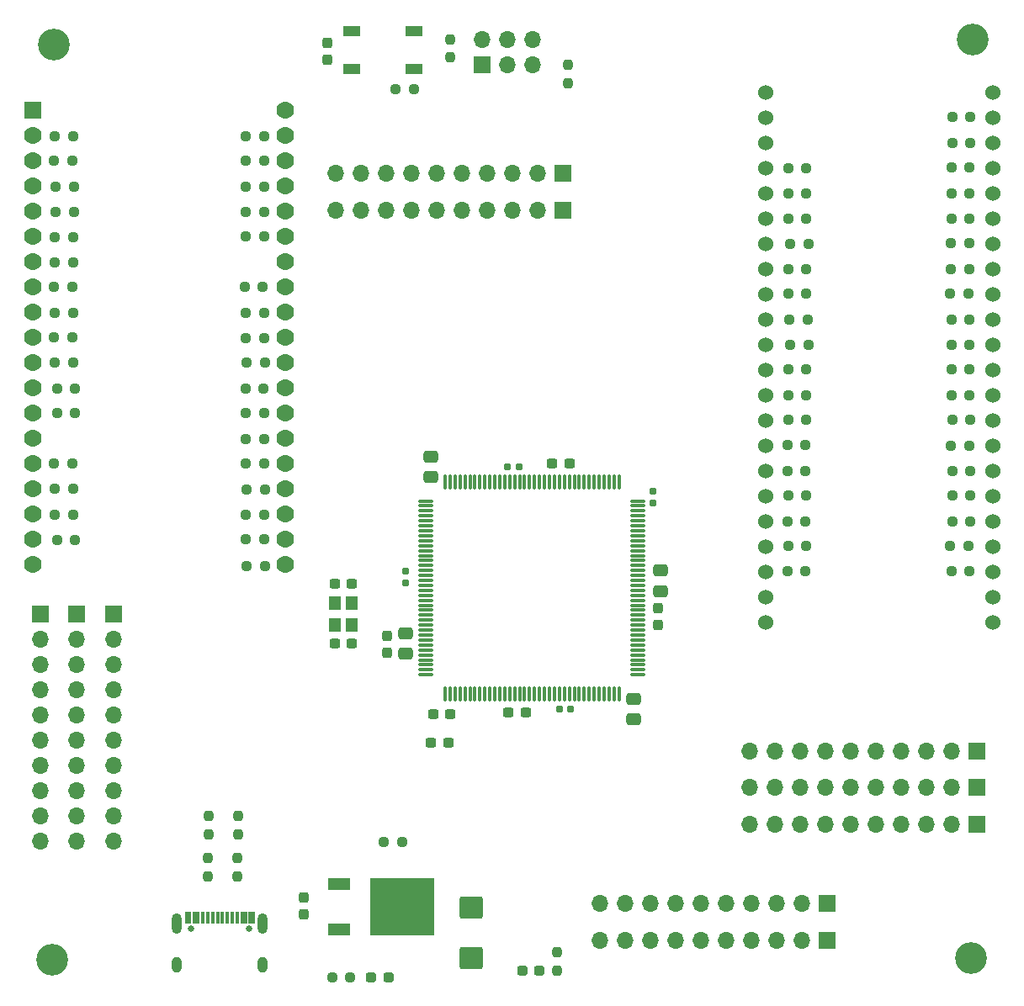
<source format=gts>
G04 #@! TF.GenerationSoftware,KiCad,Pcbnew,(6.0.9)*
G04 #@! TF.CreationDate,2024-01-26T15:08:13+01:00*
G04 #@! TF.ProjectId,Univerzalni_testovaci_platforma_nejen_pro_IoT_v1,556e6976-6572-47a6-916c-6e695f746573,rev?*
G04 #@! TF.SameCoordinates,Original*
G04 #@! TF.FileFunction,Soldermask,Top*
G04 #@! TF.FilePolarity,Negative*
%FSLAX46Y46*%
G04 Gerber Fmt 4.6, Leading zero omitted, Abs format (unit mm)*
G04 Created by KiCad (PCBNEW (6.0.9)) date 2024-01-26 15:08:13*
%MOMM*%
%LPD*%
G01*
G04 APERTURE LIST*
G04 Aperture macros list*
%AMRoundRect*
0 Rectangle with rounded corners*
0 $1 Rounding radius*
0 $2 $3 $4 $5 $6 $7 $8 $9 X,Y pos of 4 corners*
0 Add a 4 corners polygon primitive as box body*
4,1,4,$2,$3,$4,$5,$6,$7,$8,$9,$2,$3,0*
0 Add four circle primitives for the rounded corners*
1,1,$1+$1,$2,$3*
1,1,$1+$1,$4,$5*
1,1,$1+$1,$6,$7*
1,1,$1+$1,$8,$9*
0 Add four rect primitives between the rounded corners*
20,1,$1+$1,$2,$3,$4,$5,0*
20,1,$1+$1,$4,$5,$6,$7,0*
20,1,$1+$1,$6,$7,$8,$9,0*
20,1,$1+$1,$8,$9,$2,$3,0*%
G04 Aperture macros list end*
%ADD10RoundRect,0.237500X-0.250000X-0.237500X0.250000X-0.237500X0.250000X0.237500X-0.250000X0.237500X0*%
%ADD11RoundRect,0.237500X0.237500X-0.250000X0.237500X0.250000X-0.237500X0.250000X-0.237500X-0.250000X0*%
%ADD12R,1.700000X1.700000*%
%ADD13O,1.700000X1.700000*%
%ADD14RoundRect,0.237500X0.250000X0.237500X-0.250000X0.237500X-0.250000X-0.237500X0.250000X-0.237500X0*%
%ADD15RoundRect,0.237500X-0.237500X0.300000X-0.237500X-0.300000X0.237500X-0.300000X0.237500X0.300000X0*%
%ADD16C,3.200000*%
%ADD17RoundRect,0.155000X0.155000X-0.212500X0.155000X0.212500X-0.155000X0.212500X-0.155000X-0.212500X0*%
%ADD18C,1.524000*%
%ADD19RoundRect,0.237500X0.237500X-0.300000X0.237500X0.300000X-0.237500X0.300000X-0.237500X-0.300000X0*%
%ADD20RoundRect,0.155000X-0.155000X0.212500X-0.155000X-0.212500X0.155000X-0.212500X0.155000X0.212500X0*%
%ADD21RoundRect,0.102000X-0.780000X-0.780000X0.780000X-0.780000X0.780000X0.780000X-0.780000X0.780000X0*%
%ADD22C,1.764000*%
%ADD23C,0.650000*%
%ADD24R,0.300000X1.150000*%
%ADD25O,1.000000X1.600000*%
%ADD26O,1.000000X2.100000*%
%ADD27RoundRect,0.075000X-0.662500X-0.075000X0.662500X-0.075000X0.662500X0.075000X-0.662500X0.075000X0*%
%ADD28RoundRect,0.075000X-0.075000X-0.662500X0.075000X-0.662500X0.075000X0.662500X-0.075000X0.662500X0*%
%ADD29RoundRect,0.237500X0.300000X0.237500X-0.300000X0.237500X-0.300000X-0.237500X0.300000X-0.237500X0*%
%ADD30RoundRect,0.237500X-0.300000X-0.237500X0.300000X-0.237500X0.300000X0.237500X-0.300000X0.237500X0*%
%ADD31R,1.700000X1.000000*%
%ADD32RoundRect,0.250000X-0.475000X0.337500X-0.475000X-0.337500X0.475000X-0.337500X0.475000X0.337500X0*%
%ADD33RoundRect,0.237500X-0.287500X-0.237500X0.287500X-0.237500X0.287500X0.237500X-0.287500X0.237500X0*%
%ADD34RoundRect,0.155000X-0.212500X-0.155000X0.212500X-0.155000X0.212500X0.155000X-0.212500X0.155000X0*%
%ADD35RoundRect,0.250000X0.475000X-0.337500X0.475000X0.337500X-0.475000X0.337500X-0.475000X-0.337500X0*%
%ADD36RoundRect,0.237500X0.287500X0.237500X-0.287500X0.237500X-0.287500X-0.237500X0.287500X-0.237500X0*%
%ADD37R,2.200000X1.200000*%
%ADD38R,6.400000X5.800000*%
%ADD39RoundRect,0.250000X-0.925000X0.875000X-0.925000X-0.875000X0.925000X-0.875000X0.925000X0.875000X0*%
%ADD40RoundRect,0.155000X0.212500X0.155000X-0.212500X0.155000X-0.212500X-0.155000X0.212500X-0.155000X0*%
%ADD41R,1.200000X1.400000*%
G04 APERTURE END LIST*
D10*
G04 #@! TO.C,R5*
X194187500Y-66600000D03*
X196012500Y-66600000D03*
G04 #@! TD*
G04 #@! TO.C,R17*
X194287500Y-97100000D03*
X196112500Y-97100000D03*
G04 #@! TD*
D11*
G04 #@! TO.C,R76*
X122350000Y-137927500D03*
X122350000Y-136102500D03*
G04 #@! TD*
D12*
G04 #@! TO.C,J11*
X106200000Y-111500000D03*
D13*
X106200000Y-114040000D03*
X106200000Y-116580000D03*
X106200000Y-119120000D03*
X106200000Y-121660000D03*
X106200000Y-124200000D03*
X106200000Y-126740000D03*
X106200000Y-129280000D03*
X106200000Y-131820000D03*
X106200000Y-134360000D03*
G04 #@! TD*
D14*
G04 #@! TO.C,R65*
X179612500Y-89500000D03*
X177787500Y-89500000D03*
G04 #@! TD*
G04 #@! TO.C,R28*
X125112500Y-99000000D03*
X123287500Y-99000000D03*
G04 #@! TD*
G04 #@! TO.C,R53*
X105812500Y-98900000D03*
X103987500Y-98900000D03*
G04 #@! TD*
G04 #@! TO.C,R41*
X105712500Y-65900000D03*
X103887500Y-65900000D03*
G04 #@! TD*
G04 #@! TO.C,R49*
X105812500Y-86200000D03*
X103987500Y-86200000D03*
G04 #@! TD*
D15*
G04 #@! TO.C,C7*
X164700000Y-110937500D03*
X164700000Y-112662500D03*
G04 #@! TD*
D16*
G04 #@! TO.C,H3*
X196200000Y-146200000D03*
G04 #@! TD*
D17*
G04 #@! TO.C,C1*
X139300000Y-108367500D03*
X139300000Y-107232500D03*
G04 #@! TD*
D18*
G04 #@! TO.C,U4*
X175470000Y-59000000D03*
X175470000Y-61540000D03*
X175470000Y-64080000D03*
X175470000Y-66620000D03*
X175470000Y-69160000D03*
X175470000Y-71700000D03*
X175470000Y-74240000D03*
X175470000Y-76780000D03*
X175470000Y-79320000D03*
X175470000Y-81860000D03*
X175470000Y-84400000D03*
X175470000Y-86940000D03*
X175470000Y-89480000D03*
X175470000Y-92020000D03*
X175470000Y-94560000D03*
X175470000Y-97100000D03*
X175470000Y-99640000D03*
X175470000Y-102180000D03*
X175470000Y-104720000D03*
X175470000Y-107260000D03*
X175470000Y-109800000D03*
X175470000Y-112340000D03*
X198330000Y-59000000D03*
X198330000Y-61540000D03*
X198330000Y-64080000D03*
X198330000Y-66620000D03*
X198330000Y-69160000D03*
X198330000Y-71700000D03*
X198330000Y-74240000D03*
X198330000Y-76780000D03*
X198330000Y-79320000D03*
X198330000Y-81860000D03*
X198330000Y-84400000D03*
X198330000Y-86940000D03*
X198330000Y-89480000D03*
X198330000Y-92020000D03*
X198330000Y-94560000D03*
X198330000Y-97100000D03*
X198330000Y-99640000D03*
X198330000Y-102180000D03*
X198330000Y-104720000D03*
X198330000Y-107260000D03*
X198330000Y-109800000D03*
X198330000Y-112340000D03*
G04 #@! TD*
D14*
G04 #@! TO.C,R47*
X105812500Y-81200000D03*
X103987500Y-81200000D03*
G04 #@! TD*
D12*
G04 #@! TO.C,J3*
X102500000Y-111500000D03*
D13*
X102500000Y-114040000D03*
X102500000Y-116580000D03*
X102500000Y-119120000D03*
X102500000Y-121660000D03*
X102500000Y-124200000D03*
X102500000Y-126740000D03*
X102500000Y-129280000D03*
X102500000Y-131820000D03*
X102500000Y-134360000D03*
G04 #@! TD*
D19*
G04 #@! TO.C,C17*
X129000000Y-141762500D03*
X129000000Y-140037500D03*
G04 #@! TD*
D14*
G04 #@! TO.C,R60*
X179612500Y-76800000D03*
X177787500Y-76800000D03*
G04 #@! TD*
G04 #@! TO.C,R43*
X105912500Y-71100000D03*
X104087500Y-71100000D03*
G04 #@! TD*
D10*
G04 #@! TO.C,R7*
X194187500Y-71700000D03*
X196012500Y-71700000D03*
G04 #@! TD*
G04 #@! TO.C,R10*
X194087500Y-79300000D03*
X195912500Y-79300000D03*
G04 #@! TD*
D14*
G04 #@! TO.C,R66*
X179612500Y-92000000D03*
X177787500Y-92000000D03*
G04 #@! TD*
D10*
G04 #@! TO.C,R14*
X194187500Y-89500000D03*
X196012500Y-89500000D03*
G04 #@! TD*
D12*
G04 #@! TO.C,J8*
X181725000Y-144400000D03*
D13*
X179185000Y-144400000D03*
X176645000Y-144400000D03*
X174105000Y-144400000D03*
X171565000Y-144400000D03*
X169025000Y-144400000D03*
X166485000Y-144400000D03*
X163945000Y-144400000D03*
X161405000Y-144400000D03*
X158865000Y-144400000D03*
G04 #@! TD*
D14*
G04 #@! TO.C,R63*
X179812500Y-84400000D03*
X177987500Y-84400000D03*
G04 #@! TD*
D10*
G04 #@! TO.C,R16*
X194175000Y-94600000D03*
X196000000Y-94600000D03*
G04 #@! TD*
D20*
G04 #@! TO.C,C3*
X164200000Y-99200000D03*
X164200000Y-100335000D03*
G04 #@! TD*
D14*
G04 #@! TO.C,R48*
X105712500Y-83700000D03*
X103887500Y-83700000D03*
G04 #@! TD*
G04 #@! TO.C,R29*
X125012500Y-101500000D03*
X123187500Y-101500000D03*
G04 #@! TD*
D21*
G04 #@! TO.C,U3*
X101800000Y-60840000D03*
D22*
X101800000Y-63380000D03*
X101800000Y-65920000D03*
X101800000Y-68460000D03*
X101800000Y-71000000D03*
X101800000Y-73540000D03*
X101800000Y-76080000D03*
X101800000Y-78620000D03*
X101800000Y-81160000D03*
X101800000Y-83700000D03*
X101800000Y-86240000D03*
X101800000Y-88780000D03*
X101800000Y-91320000D03*
X101800000Y-93860000D03*
X101800000Y-96400000D03*
X101800000Y-98940000D03*
X101800000Y-101480000D03*
X101800000Y-104020000D03*
X101800000Y-106560000D03*
X127200000Y-60840000D03*
X127200000Y-63380000D03*
X127200000Y-65920000D03*
X127200000Y-68460000D03*
X127200000Y-71000000D03*
X127200000Y-73540000D03*
X127200000Y-76080000D03*
X127200000Y-78620000D03*
X127200000Y-81160000D03*
X127200000Y-83700000D03*
X127200000Y-86240000D03*
X127200000Y-88780000D03*
X127200000Y-91320000D03*
X127200000Y-93860000D03*
X127200000Y-96400000D03*
X127200000Y-98940000D03*
X127200000Y-101480000D03*
X127200000Y-104020000D03*
X127200000Y-106560000D03*
G04 #@! TD*
D14*
G04 #@! TO.C,R23*
X125012500Y-65900000D03*
X123187500Y-65900000D03*
G04 #@! TD*
D23*
G04 #@! TO.C,J6*
X123490000Y-143195000D03*
X117710000Y-143195000D03*
D24*
X117250000Y-142130000D03*
X118050000Y-142130000D03*
X119350000Y-142130000D03*
X120350000Y-142130000D03*
X120850000Y-142130000D03*
X121850000Y-142130000D03*
X123150000Y-142130000D03*
X123950000Y-142130000D03*
X123650000Y-142130000D03*
X122850000Y-142130000D03*
X122350000Y-142130000D03*
X121350000Y-142130000D03*
X119850000Y-142130000D03*
X118850000Y-142130000D03*
X118350000Y-142130000D03*
X117550000Y-142130000D03*
D25*
X116280000Y-146875000D03*
D26*
X124920000Y-142695000D03*
D25*
X124920000Y-146875000D03*
D26*
X116280000Y-142695000D03*
G04 #@! TD*
D10*
G04 #@! TO.C,R9*
X194175000Y-76800000D03*
X196000000Y-76800000D03*
G04 #@! TD*
D14*
G04 #@! TO.C,R24*
X125012500Y-68500000D03*
X123187500Y-68500000D03*
G04 #@! TD*
D27*
G04 #@! TO.C,U1*
X141337500Y-100150000D03*
X141337500Y-100650000D03*
X141337500Y-101150000D03*
X141337500Y-101650000D03*
X141337500Y-102150000D03*
X141337500Y-102650000D03*
X141337500Y-103150000D03*
X141337500Y-103650000D03*
X141337500Y-104150000D03*
X141337500Y-104650000D03*
X141337500Y-105150000D03*
X141337500Y-105650000D03*
X141337500Y-106150000D03*
X141337500Y-106650000D03*
X141337500Y-107150000D03*
X141337500Y-107650000D03*
X141337500Y-108150000D03*
X141337500Y-108650000D03*
X141337500Y-109150000D03*
X141337500Y-109650000D03*
X141337500Y-110150000D03*
X141337500Y-110650000D03*
X141337500Y-111150000D03*
X141337500Y-111650000D03*
X141337500Y-112150000D03*
X141337500Y-112650000D03*
X141337500Y-113150000D03*
X141337500Y-113650000D03*
X141337500Y-114150000D03*
X141337500Y-114650000D03*
X141337500Y-115150000D03*
X141337500Y-115650000D03*
X141337500Y-116150000D03*
X141337500Y-116650000D03*
X141337500Y-117150000D03*
X141337500Y-117650000D03*
D28*
X143250000Y-119562500D03*
X143750000Y-119562500D03*
X144250000Y-119562500D03*
X144750000Y-119562500D03*
X145250000Y-119562500D03*
X145750000Y-119562500D03*
X146250000Y-119562500D03*
X146750000Y-119562500D03*
X147250000Y-119562500D03*
X147750000Y-119562500D03*
X148250000Y-119562500D03*
X148750000Y-119562500D03*
X149250000Y-119562500D03*
X149750000Y-119562500D03*
X150250000Y-119562500D03*
X150750000Y-119562500D03*
X151250000Y-119562500D03*
X151750000Y-119562500D03*
X152250000Y-119562500D03*
X152750000Y-119562500D03*
X153250000Y-119562500D03*
X153750000Y-119562500D03*
X154250000Y-119562500D03*
X154750000Y-119562500D03*
X155250000Y-119562500D03*
X155750000Y-119562500D03*
X156250000Y-119562500D03*
X156750000Y-119562500D03*
X157250000Y-119562500D03*
X157750000Y-119562500D03*
X158250000Y-119562500D03*
X158750000Y-119562500D03*
X159250000Y-119562500D03*
X159750000Y-119562500D03*
X160250000Y-119562500D03*
X160750000Y-119562500D03*
D27*
X162662500Y-117650000D03*
X162662500Y-117150000D03*
X162662500Y-116650000D03*
X162662500Y-116150000D03*
X162662500Y-115650000D03*
X162662500Y-115150000D03*
X162662500Y-114650000D03*
X162662500Y-114150000D03*
X162662500Y-113650000D03*
X162662500Y-113150000D03*
X162662500Y-112650000D03*
X162662500Y-112150000D03*
X162662500Y-111650000D03*
X162662500Y-111150000D03*
X162662500Y-110650000D03*
X162662500Y-110150000D03*
X162662500Y-109650000D03*
X162662500Y-109150000D03*
X162662500Y-108650000D03*
X162662500Y-108150000D03*
X162662500Y-107650000D03*
X162662500Y-107150000D03*
X162662500Y-106650000D03*
X162662500Y-106150000D03*
X162662500Y-105650000D03*
X162662500Y-105150000D03*
X162662500Y-104650000D03*
X162662500Y-104150000D03*
X162662500Y-103650000D03*
X162662500Y-103150000D03*
X162662500Y-102650000D03*
X162662500Y-102150000D03*
X162662500Y-101650000D03*
X162662500Y-101150000D03*
X162662500Y-100650000D03*
X162662500Y-100150000D03*
D28*
X160750000Y-98237500D03*
X160250000Y-98237500D03*
X159750000Y-98237500D03*
X159250000Y-98237500D03*
X158750000Y-98237500D03*
X158250000Y-98237500D03*
X157750000Y-98237500D03*
X157250000Y-98237500D03*
X156750000Y-98237500D03*
X156250000Y-98237500D03*
X155750000Y-98237500D03*
X155250000Y-98237500D03*
X154750000Y-98237500D03*
X154250000Y-98237500D03*
X153750000Y-98237500D03*
X153250000Y-98237500D03*
X152750000Y-98237500D03*
X152250000Y-98237500D03*
X151750000Y-98237500D03*
X151250000Y-98237500D03*
X150750000Y-98237500D03*
X150250000Y-98237500D03*
X149750000Y-98237500D03*
X149250000Y-98237500D03*
X148750000Y-98237500D03*
X148250000Y-98237500D03*
X147750000Y-98237500D03*
X147250000Y-98237500D03*
X146750000Y-98237500D03*
X146250000Y-98237500D03*
X145750000Y-98237500D03*
X145250000Y-98237500D03*
X144750000Y-98237500D03*
X144250000Y-98237500D03*
X143750000Y-98237500D03*
X143250000Y-98237500D03*
G04 #@! TD*
D14*
G04 #@! TO.C,R70*
X179512500Y-102200000D03*
X177687500Y-102200000D03*
G04 #@! TD*
D11*
G04 #@! TO.C,R39*
X143800000Y-55512500D03*
X143800000Y-53687500D03*
G04 #@! TD*
D14*
G04 #@! TO.C,R22*
X125012500Y-63400000D03*
X123187500Y-63400000D03*
G04 #@! TD*
G04 #@! TO.C,R79*
X138912500Y-134500000D03*
X137087500Y-134500000D03*
G04 #@! TD*
D29*
G04 #@! TO.C,C19*
X133862500Y-114500000D03*
X132137500Y-114500000D03*
G04 #@! TD*
D10*
G04 #@! TO.C,R8*
X194175000Y-74200000D03*
X196000000Y-74200000D03*
G04 #@! TD*
D11*
G04 #@! TO.C,R78*
X122400000Y-133712500D03*
X122400000Y-131887500D03*
G04 #@! TD*
D30*
G04 #@! TO.C,C20*
X132137500Y-108500000D03*
X133862500Y-108500000D03*
G04 #@! TD*
D14*
G04 #@! TO.C,R45*
X105800000Y-76100000D03*
X103975000Y-76100000D03*
G04 #@! TD*
D10*
G04 #@! TO.C,R20*
X194087500Y-104700000D03*
X195912500Y-104700000D03*
G04 #@! TD*
D14*
G04 #@! TO.C,R42*
X105912500Y-68500000D03*
X104087500Y-68500000D03*
G04 #@! TD*
G04 #@! TO.C,R46*
X105712500Y-78600000D03*
X103887500Y-78600000D03*
G04 #@! TD*
D29*
G04 #@! TO.C,C8*
X151362500Y-121400000D03*
X149637500Y-121400000D03*
G04 #@! TD*
D12*
G04 #@! TO.C,J4*
X196800000Y-132700000D03*
D13*
X194260000Y-132700000D03*
X191720000Y-132700000D03*
X189180000Y-132700000D03*
X186640000Y-132700000D03*
X184100000Y-132700000D03*
X181560000Y-132700000D03*
X179020000Y-132700000D03*
X176480000Y-132700000D03*
X173940000Y-132700000D03*
G04 #@! TD*
D14*
G04 #@! TO.C,R26*
X125012500Y-73500000D03*
X123187500Y-73500000D03*
G04 #@! TD*
G04 #@! TO.C,R34*
X125012500Y-83800000D03*
X123187500Y-83800000D03*
G04 #@! TD*
D31*
G04 #@! TO.C,SW1*
X140150000Y-52900000D03*
X133850000Y-52900000D03*
X140150000Y-56700000D03*
X133850000Y-56700000D03*
G04 #@! TD*
D10*
G04 #@! TO.C,R12*
X194187500Y-84400000D03*
X196012500Y-84400000D03*
G04 #@! TD*
D11*
G04 #@! TO.C,R75*
X119350000Y-137927500D03*
X119350000Y-136102500D03*
G04 #@! TD*
D19*
G04 #@! TO.C,C13*
X137400000Y-115462500D03*
X137400000Y-113737500D03*
G04 #@! TD*
D14*
G04 #@! TO.C,R38*
X125012500Y-93900000D03*
X123187500Y-93900000D03*
G04 #@! TD*
G04 #@! TO.C,R56*
X179612500Y-66700000D03*
X177787500Y-66700000D03*
G04 #@! TD*
G04 #@! TO.C,R61*
X179612500Y-79300000D03*
X177787500Y-79300000D03*
G04 #@! TD*
G04 #@! TO.C,R25*
X125012500Y-71100000D03*
X123187500Y-71100000D03*
G04 #@! TD*
D12*
G04 #@! TO.C,J12*
X196800000Y-129000000D03*
D13*
X194260000Y-129000000D03*
X191720000Y-129000000D03*
X189180000Y-129000000D03*
X186640000Y-129000000D03*
X184100000Y-129000000D03*
X181560000Y-129000000D03*
X179020000Y-129000000D03*
X176480000Y-129000000D03*
X173940000Y-129000000D03*
G04 #@! TD*
D32*
G04 #@! TO.C,C10*
X164900000Y-107162500D03*
X164900000Y-109237500D03*
G04 #@! TD*
D14*
G04 #@! TO.C,R59*
X179812500Y-74300000D03*
X177987500Y-74300000D03*
G04 #@! TD*
D16*
G04 #@! TO.C,H2*
X196300000Y-53700000D03*
G04 #@! TD*
D10*
G04 #@! TO.C,R15*
X194287500Y-92000000D03*
X196112500Y-92000000D03*
G04 #@! TD*
D14*
G04 #@! TO.C,R51*
X106012500Y-91300000D03*
X104187500Y-91300000D03*
G04 #@! TD*
D30*
G04 #@! TO.C,C6*
X154037500Y-96400000D03*
X155762500Y-96400000D03*
G04 #@! TD*
D14*
G04 #@! TO.C,R68*
X179512500Y-97100000D03*
X177687500Y-97100000D03*
G04 #@! TD*
D33*
G04 #@! TO.C,D2*
X135825000Y-148100000D03*
X137575000Y-148100000D03*
G04 #@! TD*
D12*
G04 #@! TO.C,J5*
X146975000Y-56275000D03*
D13*
X146975000Y-53735000D03*
X149515000Y-56275000D03*
X149515000Y-53735000D03*
X152055000Y-56275000D03*
X152055000Y-53735000D03*
G04 #@! TD*
D34*
G04 #@! TO.C,C2*
X149532500Y-96700000D03*
X150667500Y-96700000D03*
G04 #@! TD*
D11*
G04 #@! TO.C,R73*
X154500000Y-147412500D03*
X154500000Y-145587500D03*
G04 #@! TD*
D10*
G04 #@! TO.C,R2*
X138287500Y-58700000D03*
X140112500Y-58700000D03*
G04 #@! TD*
G04 #@! TO.C,R13*
X194187500Y-86900000D03*
X196012500Y-86900000D03*
G04 #@! TD*
D29*
G04 #@! TO.C,C12*
X143562500Y-124500000D03*
X141837500Y-124500000D03*
G04 #@! TD*
D32*
G04 #@! TO.C,C9*
X162200000Y-120062500D03*
X162200000Y-122137500D03*
G04 #@! TD*
D14*
G04 #@! TO.C,R72*
X179512500Y-107200000D03*
X177687500Y-107200000D03*
G04 #@! TD*
G04 #@! TO.C,R50*
X106012500Y-88800000D03*
X104187500Y-88800000D03*
G04 #@! TD*
D35*
G04 #@! TO.C,C14*
X139300000Y-115537500D03*
X139300000Y-113462500D03*
G04 #@! TD*
D36*
G04 #@! TO.C,D1*
X152775000Y-147400000D03*
X151025000Y-147400000D03*
G04 #@! TD*
D14*
G04 #@! TO.C,R58*
X179612500Y-71700000D03*
X177787500Y-71700000D03*
G04 #@! TD*
G04 #@! TO.C,R33*
X125012500Y-81200000D03*
X123187500Y-81200000D03*
G04 #@! TD*
D16*
G04 #@! TO.C,H1*
X103900000Y-54200000D03*
G04 #@! TD*
D12*
G04 #@! TO.C,J7*
X181700000Y-140700000D03*
D13*
X179160000Y-140700000D03*
X176620000Y-140700000D03*
X174080000Y-140700000D03*
X171540000Y-140700000D03*
X169000000Y-140700000D03*
X166460000Y-140700000D03*
X163920000Y-140700000D03*
X161380000Y-140700000D03*
X158840000Y-140700000D03*
G04 #@! TD*
D10*
G04 #@! TO.C,R6*
X194187500Y-69200000D03*
X196012500Y-69200000D03*
G04 #@! TD*
G04 #@! TO.C,R11*
X194187500Y-81900000D03*
X196012500Y-81900000D03*
G04 #@! TD*
D14*
G04 #@! TO.C,R62*
X179712500Y-81900000D03*
X177887500Y-81900000D03*
G04 #@! TD*
D29*
G04 #@! TO.C,C5*
X143762500Y-121600000D03*
X142037500Y-121600000D03*
G04 #@! TD*
D14*
G04 #@! TO.C,R40*
X105812500Y-63400000D03*
X103987500Y-63400000D03*
G04 #@! TD*
D35*
G04 #@! TO.C,C11*
X141800000Y-97737500D03*
X141800000Y-95662500D03*
G04 #@! TD*
D14*
G04 #@! TO.C,R27*
X125012500Y-96400000D03*
X123187500Y-96400000D03*
G04 #@! TD*
D10*
G04 #@! TO.C,R3*
X194287500Y-61500000D03*
X196112500Y-61500000D03*
G04 #@! TD*
D14*
G04 #@! TO.C,R30*
X125012500Y-104000000D03*
X123187500Y-104000000D03*
G04 #@! TD*
D37*
G04 #@! TO.C,U2*
X132600000Y-138720000D03*
D38*
X138900000Y-141000000D03*
D37*
X132600000Y-143280000D03*
G04 #@! TD*
D10*
G04 #@! TO.C,R4*
X194287500Y-64100000D03*
X196112500Y-64100000D03*
G04 #@! TD*
D14*
G04 #@! TO.C,R64*
X179612500Y-86900000D03*
X177787500Y-86900000D03*
G04 #@! TD*
G04 #@! TO.C,R32*
X124912500Y-78600000D03*
X123087500Y-78600000D03*
G04 #@! TD*
D10*
G04 #@! TO.C,R21*
X194187500Y-107200000D03*
X196012500Y-107200000D03*
G04 #@! TD*
D14*
G04 #@! TO.C,R57*
X179612500Y-69200000D03*
X177787500Y-69200000D03*
G04 #@! TD*
G04 #@! TO.C,R35*
X125112500Y-86200000D03*
X123287500Y-86200000D03*
G04 #@! TD*
D10*
G04 #@! TO.C,R19*
X194287500Y-102200000D03*
X196112500Y-102200000D03*
G04 #@! TD*
D12*
G04 #@! TO.C,J9*
X155100000Y-67200000D03*
D13*
X152560000Y-67200000D03*
X150020000Y-67200000D03*
X147480000Y-67200000D03*
X144940000Y-67200000D03*
X142400000Y-67200000D03*
X139860000Y-67200000D03*
X137320000Y-67200000D03*
X134780000Y-67200000D03*
X132240000Y-67200000D03*
G04 #@! TD*
D14*
G04 #@! TO.C,R74*
X133712500Y-148100000D03*
X131887500Y-148100000D03*
G04 #@! TD*
D39*
G04 #@! TO.C,C18*
X145900000Y-141050000D03*
X145900000Y-146150000D03*
G04 #@! TD*
D14*
G04 #@! TO.C,R55*
X106012500Y-104100000D03*
X104187500Y-104100000D03*
G04 #@! TD*
G04 #@! TO.C,R71*
X179612500Y-104700000D03*
X177787500Y-104700000D03*
G04 #@! TD*
G04 #@! TO.C,R37*
X125012500Y-91300000D03*
X123187500Y-91300000D03*
G04 #@! TD*
D19*
G04 #@! TO.C,C15*
X131400000Y-55762500D03*
X131400000Y-54037500D03*
G04 #@! TD*
D40*
G04 #@! TO.C,C4*
X155867500Y-121100000D03*
X154732500Y-121100000D03*
G04 #@! TD*
D12*
G04 #@! TO.C,J10*
X155125000Y-70900000D03*
D13*
X152585000Y-70900000D03*
X150045000Y-70900000D03*
X147505000Y-70900000D03*
X144965000Y-70900000D03*
X142425000Y-70900000D03*
X139885000Y-70900000D03*
X137345000Y-70900000D03*
X134805000Y-70900000D03*
X132265000Y-70900000D03*
G04 #@! TD*
D14*
G04 #@! TO.C,R52*
X105712500Y-96400000D03*
X103887500Y-96400000D03*
G04 #@! TD*
G04 #@! TO.C,R54*
X105800000Y-101500000D03*
X103975000Y-101500000D03*
G04 #@! TD*
D11*
G04 #@! TO.C,R77*
X119500000Y-133712500D03*
X119500000Y-131887500D03*
G04 #@! TD*
D14*
G04 #@! TO.C,R31*
X125112500Y-106700000D03*
X123287500Y-106700000D03*
G04 #@! TD*
D12*
G04 #@! TO.C,J1*
X109900000Y-111500000D03*
D13*
X109900000Y-114040000D03*
X109900000Y-116580000D03*
X109900000Y-119120000D03*
X109900000Y-121660000D03*
X109900000Y-124200000D03*
X109900000Y-126740000D03*
X109900000Y-129280000D03*
X109900000Y-131820000D03*
X109900000Y-134360000D03*
G04 #@! TD*
D16*
G04 #@! TO.C,H4*
X103700000Y-146300000D03*
G04 #@! TD*
D10*
G04 #@! TO.C,R18*
X194287500Y-99600000D03*
X196112500Y-99600000D03*
G04 #@! TD*
D14*
G04 #@! TO.C,R44*
X105812500Y-73600000D03*
X103987500Y-73600000D03*
G04 #@! TD*
G04 #@! TO.C,R36*
X125000000Y-88800000D03*
X123175000Y-88800000D03*
G04 #@! TD*
G04 #@! TO.C,R67*
X179512500Y-94500000D03*
X177687500Y-94500000D03*
G04 #@! TD*
D11*
G04 #@! TO.C,R1*
X155600000Y-58112500D03*
X155600000Y-56287500D03*
G04 #@! TD*
D41*
G04 #@! TO.C,Y1*
X133850000Y-112600000D03*
X133850000Y-110400000D03*
X132150000Y-110400000D03*
X132150000Y-112600000D03*
G04 #@! TD*
D12*
G04 #@! TO.C,J2*
X196800000Y-125300000D03*
D13*
X194260000Y-125300000D03*
X191720000Y-125300000D03*
X189180000Y-125300000D03*
X186640000Y-125300000D03*
X184100000Y-125300000D03*
X181560000Y-125300000D03*
X179020000Y-125300000D03*
X176480000Y-125300000D03*
X173940000Y-125300000D03*
G04 #@! TD*
D14*
G04 #@! TO.C,R69*
X179612500Y-99600000D03*
X177787500Y-99600000D03*
G04 #@! TD*
M02*

</source>
